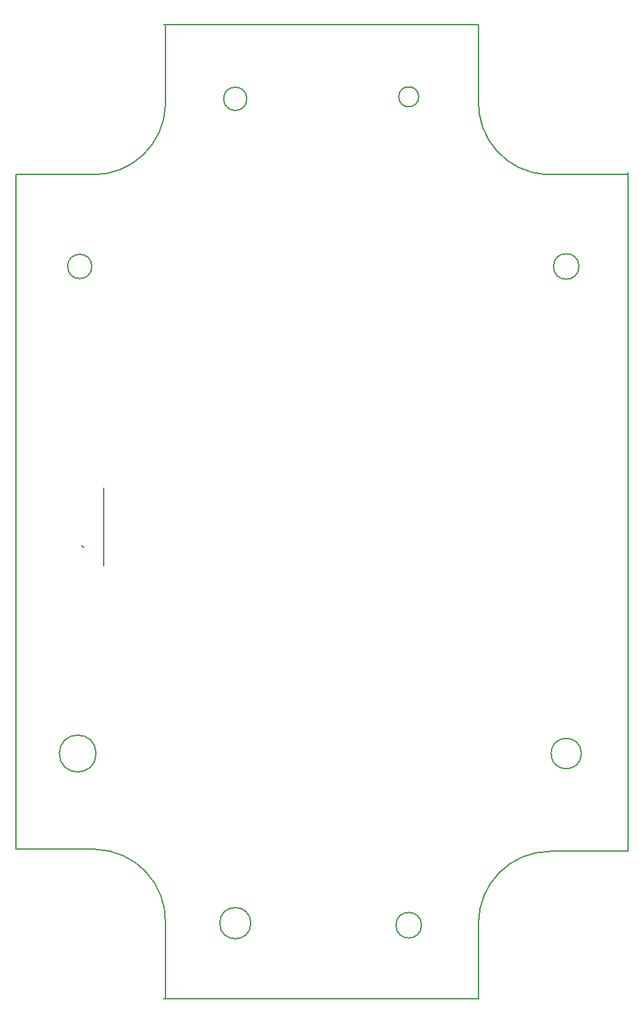
<source format=gbr>
G04 #@! TF.FileFunction,Profile,NP*
%FSLAX46Y46*%
G04 Gerber Fmt 4.6, Leading zero omitted, Abs format (unit mm)*
G04 Created by KiCad (PCBNEW 4.0.6) date Monday, 02 August 2021 'AMt' 08:10:13*
%MOMM*%
%LPD*%
G01*
G04 APERTURE LIST*
%ADD10C,0.100000*%
%ADD11C,0.150000*%
G04 APERTURE END LIST*
D10*
D11*
X12725022Y96586000D02*
G75*
G03X12725022Y96586000I-1545022J0D01*
G01*
X13267764Y34610000D02*
G75*
G03X13267764Y34610000I-2341764J0D01*
G01*
X32975803Y13020000D02*
G75*
G03X32975803Y13020000I-1983803J0D01*
G01*
X54716394Y12766000D02*
G75*
G03X54716394Y12766000I-1626394J0D01*
G01*
X75090406Y34610000D02*
G75*
G03X75090406Y34610000I-1934406J0D01*
G01*
X74782394Y96586000D02*
G75*
G03X74782394Y96586000I-1626394J0D01*
G01*
X32473062Y117922000D02*
G75*
G03X32473062Y117922000I-1481062J0D01*
G01*
X54360000Y118176000D02*
G75*
G03X54360000Y118176000I-1270000J0D01*
G01*
X71124000Y22164000D02*
X81030000Y22164000D01*
X3052000Y108270000D02*
X3052000Y22418000D01*
X3052000Y22418000D02*
X13212000Y22418000D01*
X71124000Y22164000D02*
G75*
G03X61980000Y13020000I0J-9144000D01*
G01*
X22102000Y13020000D02*
G75*
G03X13212000Y22418000I-9144000J254000D01*
G01*
X12704000Y108270000D02*
G75*
G03X22102000Y117160000I254000J9144000D01*
G01*
X61980000Y117922000D02*
G75*
G03X70616000Y108270000I9144000J-508000D01*
G01*
X81030000Y108270000D02*
X81030000Y22164000D01*
X14228000Y68392000D02*
X14228000Y58486000D01*
X11434000Y61026000D02*
X11688000Y60772000D01*
X61980000Y13274000D02*
X61980000Y3368000D01*
X61980000Y3368000D02*
X21848000Y3368000D01*
X61980000Y13528000D02*
X61980000Y3368000D01*
X61980000Y3368000D02*
X22102000Y3368000D01*
X22102000Y3368000D02*
X22102000Y13274000D01*
X22102000Y117160000D02*
X22102000Y127320000D01*
X21848000Y127320000D02*
X61980000Y127320000D01*
X61980000Y127320000D02*
X61980000Y117414000D01*
X12958000Y108270000D02*
X3052000Y108270000D01*
X70616000Y108270000D02*
X81030000Y108270000D01*
X81030000Y108270000D02*
X81030000Y108524000D01*
M02*

</source>
